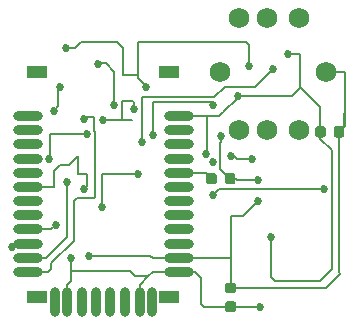
<source format=gbl>
G04 #@! TF.GenerationSoftware,KiCad,Pcbnew,(5.0.2)-1*
G04 #@! TF.CreationDate,2019-06-03T11:30:13-05:00*
G04 #@! TF.ProjectId,ppg,7070672e-6b69-4636-9164-5f7063625858,V01*
G04 #@! TF.SameCoordinates,Original*
G04 #@! TF.FileFunction,Copper,L2,Bot*
G04 #@! TF.FilePolarity,Positive*
%FSLAX46Y46*%
G04 Gerber Fmt 4.6, Leading zero omitted, Abs format (unit mm)*
G04 Created by KiCad (PCBNEW (5.0.2)-1) date 6/3/2019 11:30:13 AM*
%MOMM*%
%LPD*%
G01*
G04 APERTURE LIST*
G04 #@! TA.AperFunction,Conductor*
%ADD10C,0.100000*%
G04 #@! TD*
G04 #@! TA.AperFunction,SMDPad,CuDef*
%ADD11C,0.875000*%
G04 #@! TD*
G04 #@! TA.AperFunction,SMDPad,CuDef*
%ADD12O,2.500000X0.800000*%
G04 #@! TD*
G04 #@! TA.AperFunction,SMDPad,CuDef*
%ADD13O,0.800000X2.500000*%
G04 #@! TD*
G04 #@! TA.AperFunction,SMDPad,CuDef*
%ADD14R,1.800000X1.000000*%
G04 #@! TD*
G04 #@! TA.AperFunction,ComponentPad*
%ADD15C,1.750000*%
G04 #@! TD*
G04 #@! TA.AperFunction,ViaPad*
%ADD16C,0.685800*%
G04 #@! TD*
G04 #@! TA.AperFunction,Conductor*
%ADD17C,0.152400*%
G04 #@! TD*
G04 APERTURE END LIST*
D10*
G04 #@! TO.N,GND*
G04 #@! TO.C,C1*
G36*
X125207691Y-117768553D02*
X125228926Y-117771703D01*
X125249750Y-117776919D01*
X125269962Y-117784151D01*
X125289368Y-117793330D01*
X125307781Y-117804366D01*
X125325024Y-117817154D01*
X125340930Y-117831570D01*
X125355346Y-117847476D01*
X125368134Y-117864719D01*
X125379170Y-117883132D01*
X125388349Y-117902538D01*
X125395581Y-117922750D01*
X125400797Y-117943574D01*
X125403947Y-117964809D01*
X125405000Y-117986250D01*
X125405000Y-118423750D01*
X125403947Y-118445191D01*
X125400797Y-118466426D01*
X125395581Y-118487250D01*
X125388349Y-118507462D01*
X125379170Y-118526868D01*
X125368134Y-118545281D01*
X125355346Y-118562524D01*
X125340930Y-118578430D01*
X125325024Y-118592846D01*
X125307781Y-118605634D01*
X125289368Y-118616670D01*
X125269962Y-118625849D01*
X125249750Y-118633081D01*
X125228926Y-118638297D01*
X125207691Y-118641447D01*
X125186250Y-118642500D01*
X124673750Y-118642500D01*
X124652309Y-118641447D01*
X124631074Y-118638297D01*
X124610250Y-118633081D01*
X124590038Y-118625849D01*
X124570632Y-118616670D01*
X124552219Y-118605634D01*
X124534976Y-118592846D01*
X124519070Y-118578430D01*
X124504654Y-118562524D01*
X124491866Y-118545281D01*
X124480830Y-118526868D01*
X124471651Y-118507462D01*
X124464419Y-118487250D01*
X124459203Y-118466426D01*
X124456053Y-118445191D01*
X124455000Y-118423750D01*
X124455000Y-117986250D01*
X124456053Y-117964809D01*
X124459203Y-117943574D01*
X124464419Y-117922750D01*
X124471651Y-117902538D01*
X124480830Y-117883132D01*
X124491866Y-117864719D01*
X124504654Y-117847476D01*
X124519070Y-117831570D01*
X124534976Y-117817154D01*
X124552219Y-117804366D01*
X124570632Y-117793330D01*
X124590038Y-117784151D01*
X124610250Y-117776919D01*
X124631074Y-117771703D01*
X124652309Y-117768553D01*
X124673750Y-117767500D01*
X125186250Y-117767500D01*
X125207691Y-117768553D01*
X125207691Y-117768553D01*
G37*
D11*
G04 #@! TD*
G04 #@! TO.P,C1,2*
G04 #@! TO.N,GND*
X124930000Y-118205000D03*
D10*
G04 #@! TO.N,/VDD*
G04 #@! TO.C,C1*
G36*
X125207691Y-116193553D02*
X125228926Y-116196703D01*
X125249750Y-116201919D01*
X125269962Y-116209151D01*
X125289368Y-116218330D01*
X125307781Y-116229366D01*
X125325024Y-116242154D01*
X125340930Y-116256570D01*
X125355346Y-116272476D01*
X125368134Y-116289719D01*
X125379170Y-116308132D01*
X125388349Y-116327538D01*
X125395581Y-116347750D01*
X125400797Y-116368574D01*
X125403947Y-116389809D01*
X125405000Y-116411250D01*
X125405000Y-116848750D01*
X125403947Y-116870191D01*
X125400797Y-116891426D01*
X125395581Y-116912250D01*
X125388349Y-116932462D01*
X125379170Y-116951868D01*
X125368134Y-116970281D01*
X125355346Y-116987524D01*
X125340930Y-117003430D01*
X125325024Y-117017846D01*
X125307781Y-117030634D01*
X125289368Y-117041670D01*
X125269962Y-117050849D01*
X125249750Y-117058081D01*
X125228926Y-117063297D01*
X125207691Y-117066447D01*
X125186250Y-117067500D01*
X124673750Y-117067500D01*
X124652309Y-117066447D01*
X124631074Y-117063297D01*
X124610250Y-117058081D01*
X124590038Y-117050849D01*
X124570632Y-117041670D01*
X124552219Y-117030634D01*
X124534976Y-117017846D01*
X124519070Y-117003430D01*
X124504654Y-116987524D01*
X124491866Y-116970281D01*
X124480830Y-116951868D01*
X124471651Y-116932462D01*
X124464419Y-116912250D01*
X124459203Y-116891426D01*
X124456053Y-116870191D01*
X124455000Y-116848750D01*
X124455000Y-116411250D01*
X124456053Y-116389809D01*
X124459203Y-116368574D01*
X124464419Y-116347750D01*
X124471651Y-116327538D01*
X124480830Y-116308132D01*
X124491866Y-116289719D01*
X124504654Y-116272476D01*
X124519070Y-116256570D01*
X124534976Y-116242154D01*
X124552219Y-116229366D01*
X124570632Y-116218330D01*
X124590038Y-116209151D01*
X124610250Y-116201919D01*
X124631074Y-116196703D01*
X124652309Y-116193553D01*
X124673750Y-116192500D01*
X125186250Y-116192500D01*
X125207691Y-116193553D01*
X125207691Y-116193553D01*
G37*
D11*
G04 #@! TD*
G04 #@! TO.P,C1,1*
G04 #@! TO.N,/VDD*
X124930000Y-116630000D03*
D10*
G04 #@! TO.N,/VDD*
G04 #@! TO.C,C5*
G36*
X134355191Y-102936053D02*
X134376426Y-102939203D01*
X134397250Y-102944419D01*
X134417462Y-102951651D01*
X134436868Y-102960830D01*
X134455281Y-102971866D01*
X134472524Y-102984654D01*
X134488430Y-102999070D01*
X134502846Y-103014976D01*
X134515634Y-103032219D01*
X134526670Y-103050632D01*
X134535849Y-103070038D01*
X134543081Y-103090250D01*
X134548297Y-103111074D01*
X134551447Y-103132309D01*
X134552500Y-103153750D01*
X134552500Y-103666250D01*
X134551447Y-103687691D01*
X134548297Y-103708926D01*
X134543081Y-103729750D01*
X134535849Y-103749962D01*
X134526670Y-103769368D01*
X134515634Y-103787781D01*
X134502846Y-103805024D01*
X134488430Y-103820930D01*
X134472524Y-103835346D01*
X134455281Y-103848134D01*
X134436868Y-103859170D01*
X134417462Y-103868349D01*
X134397250Y-103875581D01*
X134376426Y-103880797D01*
X134355191Y-103883947D01*
X134333750Y-103885000D01*
X133896250Y-103885000D01*
X133874809Y-103883947D01*
X133853574Y-103880797D01*
X133832750Y-103875581D01*
X133812538Y-103868349D01*
X133793132Y-103859170D01*
X133774719Y-103848134D01*
X133757476Y-103835346D01*
X133741570Y-103820930D01*
X133727154Y-103805024D01*
X133714366Y-103787781D01*
X133703330Y-103769368D01*
X133694151Y-103749962D01*
X133686919Y-103729750D01*
X133681703Y-103708926D01*
X133678553Y-103687691D01*
X133677500Y-103666250D01*
X133677500Y-103153750D01*
X133678553Y-103132309D01*
X133681703Y-103111074D01*
X133686919Y-103090250D01*
X133694151Y-103070038D01*
X133703330Y-103050632D01*
X133714366Y-103032219D01*
X133727154Y-103014976D01*
X133741570Y-102999070D01*
X133757476Y-102984654D01*
X133774719Y-102971866D01*
X133793132Y-102960830D01*
X133812538Y-102951651D01*
X133832750Y-102944419D01*
X133853574Y-102939203D01*
X133874809Y-102936053D01*
X133896250Y-102935000D01*
X134333750Y-102935000D01*
X134355191Y-102936053D01*
X134355191Y-102936053D01*
G37*
D11*
G04 #@! TD*
G04 #@! TO.P,C5,1*
G04 #@! TO.N,/VDD*
X134115000Y-103410000D03*
D10*
G04 #@! TO.N,GND*
G04 #@! TO.C,C5*
G36*
X132780191Y-102936053D02*
X132801426Y-102939203D01*
X132822250Y-102944419D01*
X132842462Y-102951651D01*
X132861868Y-102960830D01*
X132880281Y-102971866D01*
X132897524Y-102984654D01*
X132913430Y-102999070D01*
X132927846Y-103014976D01*
X132940634Y-103032219D01*
X132951670Y-103050632D01*
X132960849Y-103070038D01*
X132968081Y-103090250D01*
X132973297Y-103111074D01*
X132976447Y-103132309D01*
X132977500Y-103153750D01*
X132977500Y-103666250D01*
X132976447Y-103687691D01*
X132973297Y-103708926D01*
X132968081Y-103729750D01*
X132960849Y-103749962D01*
X132951670Y-103769368D01*
X132940634Y-103787781D01*
X132927846Y-103805024D01*
X132913430Y-103820930D01*
X132897524Y-103835346D01*
X132880281Y-103848134D01*
X132861868Y-103859170D01*
X132842462Y-103868349D01*
X132822250Y-103875581D01*
X132801426Y-103880797D01*
X132780191Y-103883947D01*
X132758750Y-103885000D01*
X132321250Y-103885000D01*
X132299809Y-103883947D01*
X132278574Y-103880797D01*
X132257750Y-103875581D01*
X132237538Y-103868349D01*
X132218132Y-103859170D01*
X132199719Y-103848134D01*
X132182476Y-103835346D01*
X132166570Y-103820930D01*
X132152154Y-103805024D01*
X132139366Y-103787781D01*
X132128330Y-103769368D01*
X132119151Y-103749962D01*
X132111919Y-103729750D01*
X132106703Y-103708926D01*
X132103553Y-103687691D01*
X132102500Y-103666250D01*
X132102500Y-103153750D01*
X132103553Y-103132309D01*
X132106703Y-103111074D01*
X132111919Y-103090250D01*
X132119151Y-103070038D01*
X132128330Y-103050632D01*
X132139366Y-103032219D01*
X132152154Y-103014976D01*
X132166570Y-102999070D01*
X132182476Y-102984654D01*
X132199719Y-102971866D01*
X132218132Y-102960830D01*
X132237538Y-102951651D01*
X132257750Y-102944419D01*
X132278574Y-102939203D01*
X132299809Y-102936053D01*
X132321250Y-102935000D01*
X132758750Y-102935000D01*
X132780191Y-102936053D01*
X132780191Y-102936053D01*
G37*
D11*
G04 #@! TD*
G04 #@! TO.P,C5,2*
G04 #@! TO.N,GND*
X132540000Y-103410000D03*
D10*
G04 #@! TO.N,/~BT_RESET*
G04 #@! TO.C,R1*
G36*
X123562691Y-106906053D02*
X123583926Y-106909203D01*
X123604750Y-106914419D01*
X123624962Y-106921651D01*
X123644368Y-106930830D01*
X123662781Y-106941866D01*
X123680024Y-106954654D01*
X123695930Y-106969070D01*
X123710346Y-106984976D01*
X123723134Y-107002219D01*
X123734170Y-107020632D01*
X123743349Y-107040038D01*
X123750581Y-107060250D01*
X123755797Y-107081074D01*
X123758947Y-107102309D01*
X123760000Y-107123750D01*
X123760000Y-107636250D01*
X123758947Y-107657691D01*
X123755797Y-107678926D01*
X123750581Y-107699750D01*
X123743349Y-107719962D01*
X123734170Y-107739368D01*
X123723134Y-107757781D01*
X123710346Y-107775024D01*
X123695930Y-107790930D01*
X123680024Y-107805346D01*
X123662781Y-107818134D01*
X123644368Y-107829170D01*
X123624962Y-107838349D01*
X123604750Y-107845581D01*
X123583926Y-107850797D01*
X123562691Y-107853947D01*
X123541250Y-107855000D01*
X123103750Y-107855000D01*
X123082309Y-107853947D01*
X123061074Y-107850797D01*
X123040250Y-107845581D01*
X123020038Y-107838349D01*
X123000632Y-107829170D01*
X122982219Y-107818134D01*
X122964976Y-107805346D01*
X122949070Y-107790930D01*
X122934654Y-107775024D01*
X122921866Y-107757781D01*
X122910830Y-107739368D01*
X122901651Y-107719962D01*
X122894419Y-107699750D01*
X122889203Y-107678926D01*
X122886053Y-107657691D01*
X122885000Y-107636250D01*
X122885000Y-107123750D01*
X122886053Y-107102309D01*
X122889203Y-107081074D01*
X122894419Y-107060250D01*
X122901651Y-107040038D01*
X122910830Y-107020632D01*
X122921866Y-107002219D01*
X122934654Y-106984976D01*
X122949070Y-106969070D01*
X122964976Y-106954654D01*
X122982219Y-106941866D01*
X123000632Y-106930830D01*
X123020038Y-106921651D01*
X123040250Y-106914419D01*
X123061074Y-106909203D01*
X123082309Y-106906053D01*
X123103750Y-106905000D01*
X123541250Y-106905000D01*
X123562691Y-106906053D01*
X123562691Y-106906053D01*
G37*
D11*
G04 #@! TD*
G04 #@! TO.P,R1,1*
G04 #@! TO.N,/~BT_RESET*
X123322500Y-107380000D03*
D10*
G04 #@! TO.N,/VDD*
G04 #@! TO.C,R1*
G36*
X125137691Y-106906053D02*
X125158926Y-106909203D01*
X125179750Y-106914419D01*
X125199962Y-106921651D01*
X125219368Y-106930830D01*
X125237781Y-106941866D01*
X125255024Y-106954654D01*
X125270930Y-106969070D01*
X125285346Y-106984976D01*
X125298134Y-107002219D01*
X125309170Y-107020632D01*
X125318349Y-107040038D01*
X125325581Y-107060250D01*
X125330797Y-107081074D01*
X125333947Y-107102309D01*
X125335000Y-107123750D01*
X125335000Y-107636250D01*
X125333947Y-107657691D01*
X125330797Y-107678926D01*
X125325581Y-107699750D01*
X125318349Y-107719962D01*
X125309170Y-107739368D01*
X125298134Y-107757781D01*
X125285346Y-107775024D01*
X125270930Y-107790930D01*
X125255024Y-107805346D01*
X125237781Y-107818134D01*
X125219368Y-107829170D01*
X125199962Y-107838349D01*
X125179750Y-107845581D01*
X125158926Y-107850797D01*
X125137691Y-107853947D01*
X125116250Y-107855000D01*
X124678750Y-107855000D01*
X124657309Y-107853947D01*
X124636074Y-107850797D01*
X124615250Y-107845581D01*
X124595038Y-107838349D01*
X124575632Y-107829170D01*
X124557219Y-107818134D01*
X124539976Y-107805346D01*
X124524070Y-107790930D01*
X124509654Y-107775024D01*
X124496866Y-107757781D01*
X124485830Y-107739368D01*
X124476651Y-107719962D01*
X124469419Y-107699750D01*
X124464203Y-107678926D01*
X124461053Y-107657691D01*
X124460000Y-107636250D01*
X124460000Y-107123750D01*
X124461053Y-107102309D01*
X124464203Y-107081074D01*
X124469419Y-107060250D01*
X124476651Y-107040038D01*
X124485830Y-107020632D01*
X124496866Y-107002219D01*
X124509654Y-106984976D01*
X124524070Y-106969070D01*
X124539976Y-106954654D01*
X124557219Y-106941866D01*
X124575632Y-106930830D01*
X124595038Y-106921651D01*
X124615250Y-106914419D01*
X124636074Y-106909203D01*
X124657309Y-106906053D01*
X124678750Y-106905000D01*
X125116250Y-106905000D01*
X125137691Y-106906053D01*
X125137691Y-106906053D01*
G37*
D11*
G04 #@! TD*
G04 #@! TO.P,R1,2*
G04 #@! TO.N,/VDD*
X124897500Y-107380000D03*
D12*
G04 #@! TO.P,U1,1*
G04 #@! TO.N,GND*
X120560000Y-102070000D03*
G04 #@! TO.P,U1,2*
G04 #@! TO.N,Net-(U1-Pad2)*
X120560000Y-103270000D03*
G04 #@! TO.P,U1,3*
G04 #@! TO.N,Net-(U1-Pad3)*
X120560000Y-104470000D03*
G04 #@! TO.P,U1,4*
G04 #@! TO.N,Net-(U1-Pad4)*
X120560000Y-105670000D03*
G04 #@! TO.P,U1,5*
G04 #@! TO.N,/~BT_RESET*
X120560000Y-106870000D03*
G04 #@! TO.P,U1,6*
G04 #@! TO.N,Net-(U1-Pad6)*
X120560000Y-108070000D03*
G04 #@! TO.P,U1,7*
G04 #@! TO.N,Net-(U1-Pad7)*
X120560000Y-109270000D03*
G04 #@! TO.P,U1,8*
G04 #@! TO.N,Net-(U1-Pad8)*
X120560000Y-110470000D03*
G04 #@! TO.P,U1,9*
G04 #@! TO.N,Net-(U1-Pad9)*
X120560000Y-111670000D03*
G04 #@! TO.P,U1,10*
G04 #@! TO.N,Net-(U1-Pad10)*
X120560000Y-112870000D03*
G04 #@! TO.P,U1,11*
G04 #@! TO.N,/VDD*
X120560000Y-114070000D03*
G04 #@! TO.P,U1,12*
G04 #@! TO.N,GND*
X120560000Y-115270000D03*
D13*
G04 #@! TO.P,U1,35*
G04 #@! TO.N,Net-(U1-Pad35)*
X118260000Y-117770000D03*
G04 #@! TO.P,U1,29*
G04 #@! TO.N,GND*
X117260000Y-117770000D03*
G04 #@! TO.P,U1,34*
G04 #@! TO.N,Net-(U1-Pad34)*
X115960000Y-117770000D03*
G04 #@! TO.P,U1,33*
G04 #@! TO.N,Net-(U1-Pad33)*
X114760000Y-117770000D03*
G04 #@! TO.P,U1,32*
G04 #@! TO.N,Net-(U1-Pad32)*
X113560000Y-117770000D03*
G04 #@! TO.P,U1,31*
G04 #@! TO.N,Net-(U1-Pad31)*
X112360000Y-117770000D03*
G04 #@! TO.P,U1,28*
G04 #@! TO.N,GND*
X111060000Y-117770000D03*
G04 #@! TO.P,U1,30*
G04 #@! TO.N,Net-(U1-Pad30)*
X110060000Y-117770000D03*
D12*
G04 #@! TO.P,U1,13*
G04 #@! TO.N,/TxD*
X107760000Y-115270000D03*
G04 #@! TO.P,U1,14*
G04 #@! TO.N,/RxD*
X107760000Y-114070000D03*
G04 #@! TO.P,U1,15*
G04 #@! TO.N,Net-(R3-Pad1)*
X107760000Y-112870000D03*
G04 #@! TO.P,U1,16*
G04 #@! TO.N,Net-(R3-Pad2)*
X107760000Y-111670000D03*
G04 #@! TO.P,U1,17*
G04 #@! TO.N,Net-(U1-Pad17)*
X107760000Y-110470000D03*
G04 #@! TO.P,U1,18*
G04 #@! TO.N,Net-(U1-Pad18)*
X107760000Y-109270000D03*
G04 #@! TO.P,U1,19*
G04 #@! TO.N,/BT_status*
X107760000Y-108070000D03*
G04 #@! TO.P,U1,20*
G04 #@! TO.N,Net-(U1-Pad20)*
X107760000Y-106870000D03*
G04 #@! TO.P,U1,21*
G04 #@! TO.N,Net-(U1-Pad21)*
X107760000Y-105670000D03*
G04 #@! TO.P,U1,22*
G04 #@! TO.N,Net-(U1-Pad22)*
X107760000Y-104470000D03*
G04 #@! TO.P,U1,23*
G04 #@! TO.N,Net-(U1-Pad23)*
X107760000Y-103270000D03*
G04 #@! TO.P,U1,24*
G04 #@! TO.N,Net-(U1-Pad24)*
X107760000Y-102070000D03*
D14*
G04 #@! TO.P,U1,36*
G04 #@! TO.N,Net-(U1-Pad36)*
X119760000Y-117370000D03*
X108560000Y-117370000D03*
X108560000Y-98370000D03*
X119760000Y-98370000D03*
G04 #@! TD*
D15*
G04 #@! TO.P,U3,1*
G04 #@! TO.N,/INT*
X125651000Y-103226000D03*
G04 #@! TO.P,U3,2*
G04 #@! TO.N,/SCL*
X128016000Y-103226000D03*
G04 #@! TO.P,U3,3*
G04 #@! TO.N,/SDA*
X130716000Y-103226000D03*
G04 #@! TO.P,U3,4*
G04 #@! TO.N,GND*
X124026000Y-98351000D03*
G04 #@! TO.P,U3,5*
G04 #@! TO.N,/VDD*
X133026000Y-98351000D03*
G04 #@! TO.P,U3,6*
G04 #@! TO.N,Net-(U3-Pad6)*
X125651000Y-93726000D03*
G04 #@! TO.P,U3,7*
G04 #@! TO.N,Net-(U3-Pad7)*
X128016000Y-93726000D03*
G04 #@! TO.P,U3,8*
G04 #@! TO.N,Net-(U3-Pad8)*
X130716000Y-93726000D03*
G04 #@! TD*
D16*
G04 #@! TO.N,GND*
X127430000Y-118210000D03*
X111410000Y-114100000D03*
X128360000Y-112310000D03*
X125552436Y-100330000D03*
X122893346Y-105286049D03*
X126492000Y-97790000D03*
X117793000Y-99568000D03*
X110998000Y-96266000D03*
X129794000Y-96774000D03*
G04 #@! TO.N,/VDD*
X112930000Y-113880000D03*
X124100000Y-103780000D03*
X127254000Y-107442000D03*
X127254000Y-109220000D03*
G04 #@! TO.N,Net-(D2-Pad2)*
X118364000Y-103632000D03*
X123444000Y-101092000D03*
G04 #@! TO.N,Net-(R3-Pad1)*
X106470300Y-113150000D03*
G04 #@! TO.N,Net-(R3-Pad2)*
X110120000Y-111290000D03*
G04 #@! TO.N,/SCL*
X128510000Y-98080000D03*
X117460000Y-104260000D03*
G04 #@! TO.N,Net-(R10-Pad1)*
X109982000Y-101600000D03*
X110490000Y-99568000D03*
G04 #@! TO.N,Net-(R11-Pad2)*
X123444000Y-108712000D03*
X132842000Y-108204000D03*
G04 #@! TO.N,/SDA*
X123444000Y-105918000D03*
X126746000Y-105664000D03*
X124968000Y-105410000D03*
G04 #@! TO.N,Net-(J1-Pad3)*
X115080000Y-101110000D03*
X113730000Y-97630000D03*
G04 #@! TO.N,Net-(R9-Pad2)*
X114170000Y-102430000D03*
X116780000Y-101450000D03*
G04 #@! TO.N,/BT_status*
X117094000Y-106934000D03*
X112522000Y-108204000D03*
X114046000Y-109728000D03*
G04 #@! TO.N,/TxD*
X112550000Y-102330000D03*
G04 #@! TO.N,/RxD*
X112780000Y-103610000D03*
X109579635Y-105712822D03*
X111050000Y-107690000D03*
G04 #@! TD*
D17*
G04 #@! TO.N,GND*
X124935000Y-118210000D02*
X124930000Y-118205000D01*
X127430000Y-118210000D02*
X124935000Y-118210000D01*
X121962400Y-115270000D02*
X122460000Y-115767600D01*
X120560000Y-115270000D02*
X121962400Y-115270000D01*
X122460000Y-115767600D02*
X122460000Y-118010000D01*
X122655000Y-118205000D02*
X124930000Y-118205000D01*
X122460000Y-118010000D02*
X122655000Y-118205000D01*
X118357600Y-115270000D02*
X120560000Y-115270000D01*
X117260000Y-117770000D02*
X117260000Y-116367600D01*
X117980000Y-115647600D02*
X116837600Y-115647600D01*
X117980000Y-115647600D02*
X118357600Y-115270000D01*
X117260000Y-116367600D02*
X117980000Y-115647600D01*
X116837600Y-115647600D02*
X116390000Y-115200000D01*
X116390000Y-115200000D02*
X111460000Y-115200000D01*
X111460000Y-115200000D02*
X111430000Y-115170000D01*
X111430000Y-114120000D02*
X111410000Y-114100000D01*
X132540000Y-103985000D02*
X133520000Y-104965000D01*
X132540000Y-103410000D02*
X132540000Y-103985000D01*
X133520000Y-104965000D02*
X133520000Y-115040000D01*
X133520000Y-115040000D02*
X132530000Y-116030000D01*
X132530000Y-116030000D02*
X128690000Y-116030000D01*
X128690000Y-116030000D02*
X128360000Y-115700000D01*
X128360000Y-115700000D02*
X128360000Y-112310000D01*
X125537436Y-100345000D02*
X125552436Y-100330000D01*
X125552436Y-100330000D02*
X129460000Y-100330000D01*
X129620000Y-100330000D02*
X129460000Y-100330000D01*
X130160000Y-100330000D02*
X129620000Y-100330000D01*
X123960000Y-102070000D02*
X124300000Y-101730000D01*
X111430000Y-115997600D02*
X111430000Y-115062000D01*
X111060000Y-116367600D02*
X111430000Y-115997600D01*
X111060000Y-117770000D02*
X111060000Y-116367600D01*
X111430000Y-115170000D02*
X111430000Y-115062000D01*
X111430000Y-115062000D02*
X111430000Y-114120000D01*
X124300000Y-101730000D02*
X124330000Y-101730000D01*
X125552436Y-100507564D02*
X125552436Y-100330000D01*
X124330000Y-101730000D02*
X125552436Y-100507564D01*
X122936000Y-102070000D02*
X123960000Y-102070000D01*
X120560000Y-102070000D02*
X122936000Y-102070000D01*
X122936000Y-105243395D02*
X122893346Y-105286049D01*
X122936000Y-102070000D02*
X122936000Y-105243395D01*
X130922000Y-99568000D02*
X130922000Y-99680000D01*
X132540000Y-101298000D02*
X132540000Y-103410000D01*
X130922000Y-99680000D02*
X132540000Y-101298000D01*
X130810000Y-96774000D02*
X130810000Y-99680000D01*
X130922000Y-99568000D02*
X130810000Y-99680000D01*
X130810000Y-99680000D02*
X130160000Y-100330000D01*
X126492000Y-97790000D02*
X126492000Y-96012000D01*
X126492000Y-96012000D02*
X126238000Y-95758000D01*
X126238000Y-95758000D02*
X117094000Y-95758000D01*
X117793000Y-99505000D02*
X117793000Y-99568000D01*
X117094000Y-98806000D02*
X117793000Y-99505000D01*
X117094000Y-97536000D02*
X117094000Y-98552000D01*
X117094000Y-97536000D02*
X117094000Y-98806000D01*
X117094000Y-95758000D02*
X117094000Y-97536000D01*
X117094000Y-98552000D02*
X115824000Y-98552000D01*
X115824000Y-98552000D02*
X115824000Y-96266000D01*
X115824000Y-96266000D02*
X115316000Y-95758000D01*
X115316000Y-95758000D02*
X112268000Y-95758000D01*
X112268000Y-95758000D02*
X111760000Y-96266000D01*
X111760000Y-96266000D02*
X110998000Y-96266000D01*
X130810000Y-96774000D02*
X129794000Y-96774000D01*
G04 #@! TO.N,/VDD*
X112930000Y-113880000D02*
X118140000Y-113880000D01*
X118330000Y-114070000D02*
X120560000Y-114070000D01*
X118140000Y-113880000D02*
X118330000Y-114070000D01*
X120560000Y-114070000D02*
X124830000Y-114070000D01*
X124930000Y-114170000D02*
X124930000Y-116630000D01*
X124830000Y-114070000D02*
X124930000Y-114170000D01*
X124930000Y-116630000D02*
X132990000Y-116630000D01*
X132990000Y-116630000D02*
X134220000Y-115400000D01*
X134115000Y-115295000D02*
X134115000Y-103410000D01*
X134220000Y-115400000D02*
X134115000Y-115295000D01*
X134576612Y-102948388D02*
X134576612Y-101813388D01*
X134115000Y-103410000D02*
X134576612Y-102948388D01*
X124100000Y-104264933D02*
X124070000Y-104294933D01*
X124100000Y-103780000D02*
X124100000Y-104264933D01*
X124070000Y-106552500D02*
X124897500Y-107380000D01*
X124070000Y-104294933D02*
X124070000Y-106552500D01*
X134630000Y-102895000D02*
X134115000Y-103410000D01*
X125435000Y-107380000D02*
X125497000Y-107442000D01*
X124897500Y-107380000D02*
X125435000Y-107380000D01*
X125497000Y-107442000D02*
X127254000Y-107442000D01*
X127254000Y-109220000D02*
X125984000Y-110490000D01*
X125984000Y-110490000D02*
X124968000Y-110490000D01*
X124968000Y-114132000D02*
X124930000Y-114170000D01*
X124968000Y-110490000D02*
X124968000Y-114132000D01*
X134630000Y-98298000D02*
X134630000Y-102895000D01*
X134577000Y-98351000D02*
X133026000Y-98351000D01*
X134630000Y-98298000D02*
X134577000Y-98351000D01*
G04 #@! TO.N,Net-(D2-Pad2)*
X118364000Y-103632000D02*
X118364000Y-101092000D01*
X118364000Y-101092000D02*
X118364000Y-100838000D01*
X118364000Y-100838000D02*
X123190000Y-100838000D01*
X123190000Y-100838000D02*
X123444000Y-101092000D01*
G04 #@! TO.N,/~BT_RESET*
X122812500Y-106870000D02*
X123322500Y-107380000D01*
X120560000Y-106870000D02*
X122812500Y-106870000D01*
G04 #@! TO.N,Net-(R3-Pad1)*
X107480000Y-113150000D02*
X107760000Y-112870000D01*
X106470300Y-113150000D02*
X107480000Y-113150000D01*
G04 #@! TO.N,Net-(R3-Pad2)*
X109740000Y-111670000D02*
X107760000Y-111670000D01*
X110120000Y-111290000D02*
X109740000Y-111670000D01*
G04 #@! TO.N,/SCL*
X128510000Y-98080000D02*
X128350000Y-97920000D01*
X127022000Y-99568000D02*
X127530000Y-99060000D01*
X117460000Y-103431012D02*
X117470000Y-103421012D01*
X117460000Y-104260000D02*
X117460000Y-103431012D01*
X117470000Y-103421012D02*
X117470000Y-100490000D01*
X117470000Y-100490000D02*
X117500000Y-100460000D01*
X127530000Y-99060000D02*
X128510000Y-98080000D01*
X117500000Y-100460000D02*
X123568000Y-100460000D01*
X124460000Y-99568000D02*
X127022000Y-99568000D01*
X123568000Y-100460000D02*
X124460000Y-99568000D01*
G04 #@! TO.N,Net-(R10-Pad1)*
X110324899Y-101257101D02*
X110324899Y-99733101D01*
X109982000Y-101600000D02*
X110324899Y-101257101D01*
X110324899Y-99733101D02*
X110490000Y-99568000D01*
G04 #@! TO.N,Net-(R11-Pad2)*
X123444000Y-108712000D02*
X123952000Y-108204000D01*
X123952000Y-108204000D02*
X129639330Y-108204000D01*
X129639330Y-108204000D02*
X132842000Y-108204000D01*
G04 #@! TO.N,/SDA*
X123444000Y-105664000D02*
X123444000Y-105918000D01*
X126746000Y-105664000D02*
X125476000Y-105664000D01*
X125476000Y-105664000D02*
X125222000Y-105410000D01*
X125222000Y-105410000D02*
X124968000Y-105410000D01*
G04 #@! TO.N,Net-(J1-Pad3)*
X115080000Y-101110000D02*
X115080000Y-100640000D01*
X115080000Y-100640000D02*
X115060000Y-100620000D01*
X115060000Y-100620000D02*
X115060000Y-98310000D01*
X115060000Y-98310000D02*
X114360000Y-97610000D01*
X114360000Y-97610000D02*
X113750000Y-97610000D01*
X113750000Y-97610000D02*
X113730000Y-97630000D01*
G04 #@! TO.N,Net-(R9-Pad2)*
X114170000Y-102430000D02*
X114654933Y-102430000D01*
X115780000Y-102430000D02*
X116590000Y-102430000D01*
X114654933Y-102430000D02*
X115780000Y-102430000D01*
X115780000Y-100830000D02*
X115780000Y-102430000D01*
X116644933Y-100830000D02*
X115780000Y-100830000D01*
X116780000Y-100965067D02*
X116644933Y-100830000D01*
X116780000Y-101450000D02*
X116780000Y-100965067D01*
G04 #@! TO.N,/BT_status*
X107760000Y-108070000D02*
X108610000Y-108070000D01*
X107760000Y-108070000D02*
X109162400Y-108070000D01*
X107760000Y-108070000D02*
X110000000Y-108070000D01*
X110000000Y-108070000D02*
X110000000Y-106698000D01*
X110000000Y-106698000D02*
X110526000Y-106172000D01*
X110526000Y-106172000D02*
X111252000Y-106172000D01*
X111252000Y-106172000D02*
X112014000Y-105410000D01*
X112014000Y-105410000D02*
X112014000Y-106934000D01*
X112014000Y-106934000D02*
X112776000Y-106934000D01*
X112776000Y-106934000D02*
X112776000Y-107950000D01*
X112776000Y-107950000D02*
X112522000Y-108204000D01*
X114046000Y-109728000D02*
X114046000Y-106934000D01*
X114046000Y-106934000D02*
X117094000Y-106934000D01*
G04 #@! TO.N,/TxD*
X113470000Y-104300000D02*
X113470000Y-103454178D01*
X113461501Y-104308499D02*
X113470000Y-104300000D01*
X113370000Y-103354178D02*
X113370000Y-102170000D01*
X113470000Y-103454178D02*
X113370000Y-103354178D01*
X107760000Y-115270000D02*
X109490000Y-115270000D01*
X109490000Y-115270000D02*
X109770000Y-114990000D01*
X109770000Y-114990000D02*
X109770000Y-114540000D01*
X109770000Y-114540000D02*
X111670000Y-112640000D01*
X112710000Y-102170000D02*
X112550000Y-102330000D01*
X113370000Y-102170000D02*
X112710000Y-102170000D01*
X113461501Y-104308499D02*
X113461501Y-108889501D01*
X113461501Y-108889501D02*
X113385002Y-108966000D01*
X111924000Y-108966000D02*
X111670000Y-109220000D01*
X113385002Y-108966000D02*
X111924000Y-108966000D01*
X111670000Y-112640000D02*
X111670000Y-109220000D01*
G04 #@! TO.N,/RxD*
X107760000Y-114070000D02*
X109162400Y-114070000D01*
X112780000Y-103610000D02*
X109680000Y-103610000D01*
X109680000Y-103610000D02*
X109680000Y-105690000D01*
X109680000Y-105690000D02*
X109657178Y-105712822D01*
X109657178Y-105712822D02*
X109579635Y-105712822D01*
X111050000Y-107690000D02*
X111050000Y-112320000D01*
X109300000Y-114070000D02*
X107760000Y-114070000D01*
X111050000Y-112320000D02*
X109300000Y-114070000D01*
G04 #@! TD*
M02*

</source>
